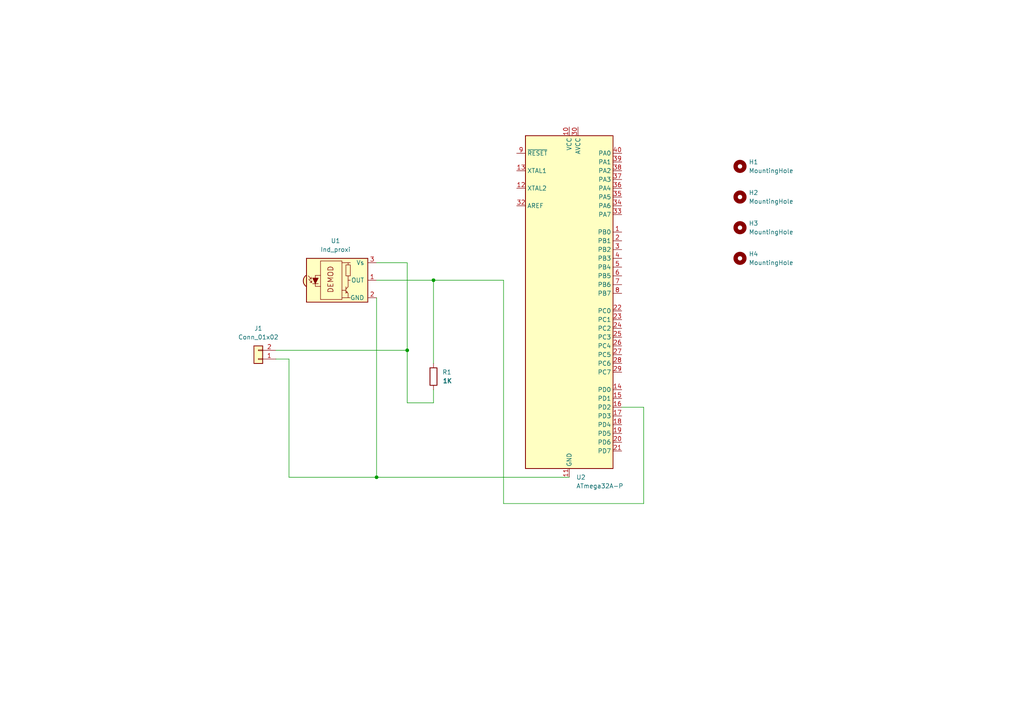
<source format=kicad_sch>
(kicad_sch (version 20211123) (generator eeschema)
  (paper "A4")
  (lib_symbols
    (symbol "Connector_Generic:Conn_01x02" (pin_names (offset 1.016) hide)
      (property "Reference" "J" (at 0 2.54 0))
      (property "Value" "Conn_01x02" (at 0 -5.08 0))
      (symbol "Conn_01x02_1_1"
        (rectangle (start -1.27 -2.413) (end 0 -2.667) (stroke (width 0.1524)))
        (rectangle (start -1.27 0.127) (end 0 -0.127) (stroke (width 0.1524)))
        (rectangle (start -1.27 1.27) (end 1.27 -3.81) (stroke (width 0.254)) (fill (type background)))
        (pin passive line (at -5.08 0 0) (length 3.81) (name "Pin_1") (number "1"))
        (pin passive line (at -5.08 -2.54 0) (length 3.81) (name "Pin_2") (number "2"))
      )
    )
    (symbol "Device:R" (pin_numbers hide) (pin_names (offset 0))
      (property "Reference" "R" (at 2.032 0 90))
      (property "Value" "R" (at 0 0 90))
      (symbol "R_0_1"
        (rectangle (start -1.016 -2.54) (end 1.016 2.54) (stroke (width 0.254)))
      )
      (symbol "R_1_1"
        (pin passive line (at 0 3.81 270) (length 1.27) (name "~") (number "1"))
        (pin passive line (at 0 -3.81 90) (length 1.27) (name "~") (number "2"))
      )
    )
    (symbol "MCU_Microchip_ATmega:ATmega32A-P"
      (property "Reference" "U" (at -12.7 49.53 0))
      (property "Value" "ATmega32A-P" (at 2.54 -49.53 0))
      (symbol "ATmega32A-P_0_1"
        (rectangle (start -12.7 -48.26) (end 12.7 48.26) (stroke (width 0.254)) (fill (type background)))
      )
      (symbol "ATmega32A-P_1_1"
        (pin bidirectional line (at 15.24 20.32 180) (length 2.54) (name "PB0") (number "1"))
        (pin power_in line (at 0 50.8 270) (length 2.54) (name "VCC") (number "10"))
        (pin power_in line (at 0 -50.8 90) (length 2.54) (name "GND") (number "11"))
        (pin output line (at -15.24 33.02 0) (length 2.54) (name "XTAL2") (number "12"))
        (pin input line (at -15.24 38.1 0) (length 2.54) (name "XTAL1") (number "13"))
        (pin bidirectional line (at 15.24 -25.4 180) (length 2.54) (name "PD0") (number "14"))
        (pin bidirectional line (at 15.24 -27.94 180) (length 2.54) (name "PD1") (number "15"))
        (pin bidirectional line (at 15.24 -30.48 180) (length 2.54) (name "PD2") (number "16"))
        (pin bidirectional line (at 15.24 -33.02 180) (length 2.54) (name "PD3") (number "17"))
        (pin bidirectional line (at 15.24 -35.56 180) (length 2.54) (name "PD4") (number "18"))
        (pin bidirectional line (at 15.24 -38.1 180) (length 2.54) (name "PD5") (number "19"))
        (pin bidirectional line (at 15.24 17.78 180) (length 2.54) (name "PB1") (number "2"))
        (pin bidirectional line (at 15.24 -40.64 180) (length 2.54) (name "PD6") (number "20"))
        (pin bidirectional line (at 15.24 -43.18 180) (length 2.54) (name "PD7") (number "21"))
        (pin bidirectional line (at 15.24 -2.54 180) (length 2.54) (name "PC0") (number "22"))
        (pin bidirectional line (at 15.24 -5.08 180) (length 2.54) (name "PC1") (number "23"))
        (pin bidirectional line (at 15.24 -7.62 180) (length 2.54) (name "PC2") (number "24"))
        (pin bidirectional line (at 15.24 -10.16 180) (length 2.54) (name "PC3") (number "25"))
        (pin bidirectional line (at 15.24 -12.7 180) (length 2.54) (name "PC4") (number "26"))
        (pin bidirectional line (at 15.24 -15.24 180) (length 2.54) (name "PC5") (number "27"))
        (pin bidirectional line (at 15.24 -17.78 180) (length 2.54) (name "PC6") (number "28"))
        (pin bidirectional line (at 15.24 -20.32 180) (length 2.54) (name "PC7") (number "29"))
        (pin bidirectional line (at 15.24 15.24 180) (length 2.54) (name "PB2") (number "3"))
        (pin power_in line (at 2.54 50.8 270) (length 2.54) (name "AVCC") (number "30"))
        (pin passive line (at 0 -50.8 90) (length 2.54) hide (name "GND") (number "31"))
        (pin passive line (at -15.24 27.94 0) (length 2.54) (name "AREF") (number "32"))
        (pin bidirectional line (at 15.24 25.4 180) (length 2.54) (name "PA7") (number "33"))
        (pin bidirectional line (at 15.24 27.94 180) (length 2.54) (name "PA6") (number "34"))
        (pin bidirectional line (at 15.24 30.48 180) (length 2.54) (name "PA5") (number "35"))
        (pin bidirectional line (at 15.24 33.02 180) (length 2.54) (name "PA4") (number "36"))
        (pin bidirectional line (at 15.24 35.56 180) (length 2.54) (name "PA3") (number "37"))
        (pin bidirectional line (at 15.24 38.1 180) (length 2.54) (name "PA2") (number "38"))
        (pin bidirectional line (at 15.24 40.64 180) (length 2.54) (name "PA1") (number "39"))
        (pin bidirectional line (at 15.24 12.7 180) (length 2.54) (name "PB3") (number "4"))
        (pin bidirectional line (at 15.24 43.18 180) (length 2.54) (name "PA0") (number "40"))
        (pin bidirectional line (at 15.24 10.16 180) (length 2.54) (name "PB4") (number "5"))
        (pin bidirectional line (at 15.24 7.62 180) (length 2.54) (name "PB5") (number "6"))
        (pin bidirectional line (at 15.24 5.08 180) (length 2.54) (name "PB6") (number "7"))
        (pin bidirectional line (at 15.24 2.54 180) (length 2.54) (name "PB7") (number "8"))
        (pin input line (at -15.24 43.18 0) (length 2.54) (name "~{RESET}") (number "9"))
      )
    )
    (symbol "Mechanical:MountingHole" (pin_names (offset 1.016))
      (property "Reference" "H" (at 0 5.08 0))
      (property "Value" "MountingHole" (at 0 3.175 0))
      (symbol "MountingHole_0_1"
        (circle (center 0 0) (radius 1.27) (stroke (width 1.27)))
      )
    )
    (symbol "Sensor_Proximity:TSSP58P38" (pin_names (offset 1.016))
      (property "Reference" "U" (at -10.16 7.62 0))
      (property "Value" "TSSP58P38" (at -10.16 -7.62 0))
      (symbol "TSSP58P38_0_0"
        (arc (start -10.287 1.397) (mid -11.0899 -0.1852) (end -10.287 -1.778) (stroke (width 0.254)) (fill (type background)))
        (polyline (pts (xy 1.905 -5.08) (xy 0.127 -5.08)))
        (polyline (pts (xy 1.905 5.08) (xy 0.127 5.08)))
        (text "DEMOD" (at -3.175 0.254 900) (effects (font (size 1.524 1.524))))
      )
      (symbol "TSSP58P38_0_1"
        (rectangle (start -6.096 5.588) (end 0.127 -5.588))
        (polyline (pts (xy -8.763 0.381) (xy -9.652 1.27)))
        (polyline (pts (xy -8.763 0.381) (xy -9.271 0.381)))
        (polyline (pts (xy -8.763 0.381) (xy -8.763 0.889)))
        (polyline (pts (xy -8.636 -0.635) (xy -9.525 0.254)))
        (polyline (pts (xy -8.636 -0.635) (xy -9.144 -0.635)))
        (polyline (pts (xy -8.636 -0.635) (xy -8.636 -0.127)))
        (polyline (pts (xy -8.382 -1.016) (xy -6.731 -1.016)))
        (polyline (pts (xy 1.27 -2.921) (xy 0.127 -2.921)))
        (polyline (pts (xy 1.27 -1.905) (xy 1.27 -3.81)))
        (polyline (pts (xy 1.397 -3.556) (xy 1.524 -3.556)))
        (polyline (pts (xy 1.651 -3.556) (xy 1.524 -3.556)))
        (polyline (pts (xy 1.651 -3.556) (xy 1.651 -3.302)))
        (polyline (pts (xy 1.905 0) (xy 1.905 1.27)))
        (polyline (pts (xy 1.905 4.445) (xy 1.905 5.08) (xy 2.54 5.08)))
        (polyline (pts (xy -8.382 0.635) (xy -6.731 0.635) (xy -7.62 -1.016) (xy -8.382 0.635)) (fill (type outline)))
        (polyline (pts (xy -6.096 1.397) (xy -7.62 1.397) (xy -7.62 -1.778) (xy -6.096 -1.778)))
        (polyline (pts (xy 1.27 -3.175) (xy 1.905 -3.81) (xy 1.905 -5.08) (xy 2.54 -5.08)))
        (polyline (pts (xy 1.27 -2.54) (xy 1.905 -1.905) (xy 1.905 0) (xy 2.54 0)))
        (rectangle (start 2.54 1.27) (end 1.27 4.445))
        (rectangle (start 7.62 6.35) (end -10.16 -6.35) (stroke (width 0.254)) (fill (type background)))
      )
      (symbol "TSSP58P38_1_1"
        (pin output line (at 10.16 0 180) (length 2.54) (name "OUT") (number "1"))
        (pin power_in line (at 10.16 -5.08 180) (length 2.54) (name "GND") (number "2"))
        (pin power_in line (at 10.16 5.08 180) (length 2.54) (name "Vs") (number "3"))
      )
    )
  )
  (junction (at 118.11 101.6))
  (junction (at 125.73 81.28))
  (junction (at 109.22 138.43))
  (wire (pts (xy 125.73 81.28) (xy 125.73 105.41)))
  (wire (pts (xy 109.22 86.36) (xy 109.22 138.43)))
  (wire (pts (xy 83.82 138.43) (xy 109.22 138.43)))
  (wire (pts (xy 146.05 81.28) (xy 125.73 81.28)))
  (wire (pts (xy 118.11 116.84) (xy 118.11 101.6)))
  (wire (pts (xy 83.82 138.43) (xy 83.82 104.14)))
  (wire (pts (xy 109.22 76.2) (xy 118.11 76.2)))
  (wire (pts (xy 109.22 138.43) (xy 165.1 138.43)))
  (wire (pts (xy 180.34 118.11) (xy 186.69 118.11)))
  (wire (pts (xy 125.73 113.03) (xy 125.73 116.84)))
  (wire (pts (xy 186.69 118.11) (xy 186.69 146.05)))
  (wire (pts (xy 118.11 101.6) (xy 80.01 101.6)))
  (wire (pts (xy 146.05 146.05) (xy 146.05 81.28)))
  (wire (pts (xy 118.11 76.2) (xy 118.11 101.6)))
  (wire (pts (xy 125.73 116.84) (xy 118.11 116.84)))
  (wire (pts (xy 83.82 104.14) (xy 80.01 104.14)))
  (wire (pts (xy 186.69 146.05) (xy 146.05 146.05)))
  (wire (pts (xy 125.73 81.28) (xy 109.22 81.28)))
  (symbol (lib_id "Mechanical:MountingHole") (at 214.63 74.93 0) (unit 1)
    (property "Reference" "H4" (at 217.17 73.6599 0) (effects (justify left)))
    (property "Value" "MountingHole" (at 217.17 76.1999 0) (effects (justify left)))
    (property "Footprint" "MountingHole:MountingHole_3.5mm_Pad" (effects hide))
  )
  (symbol (lib_id "Connector_Generic:Conn_01x02") (at 74.93 104.14 180) (unit 1)
    (property "Reference" "J1" (at 74.93 95.25 0))
    (property "Value" "Conn_01x02" (at 74.93 97.79 0))
    (property "Footprint" "Connector_PinHeader_2.54mm:PinHeader_1x02_P2.54mm_Horizontal" (effects hide))
  )
  (symbol (lib_id "Mechanical:MountingHole") (at 214.63 66.04 0) (unit 1)
    (property "Reference" "H3" (at 217.17 64.7699 0) (effects (justify left)))
    (property "Value" "MountingHole" (at 217.17 67.3099 0) (effects (justify left)))
    (property "Footprint" "MountingHole:MountingHole_3.5mm_Pad" (effects hide))
  )
  (symbol (lib_id "Mechanical:MountingHole") (at 214.63 48.26 0) (unit 1)
    (property "Reference" "H1" (at 217.17 46.9899 0) (effects (justify left)))
    (property "Value" "MountingHole" (at 217.17 49.5299 0) (effects (justify left)))
    (property "Footprint" "MountingHole:MountingHole_3.5mm_Pad" (effects hide))
  )
  (symbol (lib_id "Device:R") (at 125.73 109.22 0) (unit 1)
    (property "Reference" "R1" (at 128.27 107.9499 0) (effects (justify left)))
    (property "Value" "1K" (at 128.27 110.4899 0) (effects (font bold) (justify left)))
    (property "Footprint" "Resistor_THT:R_Axial_DIN0204_L3.6mm_D1.6mm_P5.08mm_Horizontal" (effects hide))
  )
  (symbol (lib_id "Mechanical:MountingHole") (at 214.63 57.15 0) (unit 1)
    (property "Reference" "H2" (at 217.17 55.8799 0) (effects (justify left)))
    (property "Value" "MountingHole" (at 217.17 58.4199 0) (effects (justify left)))
    (property "Footprint" "MountingHole:MountingHole_3.5mm_Pad" (effects hide))
  )
  (symbol (lib_id "Sensor_Proximity:TSSP58P38") (at 99.06 81.28 0) (unit 1)
    (property "Reference" "U1" (at 97.325 69.85 0))
    (property "Value" "Ind_proxi" (at 97.325 72.39 0))
    (property "Footprint" "OptoDevice:Vishay_MINICAST-3Pin" (effects hide))
    (property "Datasheet" "http://www.vishay.com/docs/82462/tsop581.pdf" (effects hide))
  )
  (symbol (lib_id "MCU_Microchip_ATmega:ATmega32A-P") (at 165.1 87.63 0) (unit 1)
    (property "Reference" "U2" (at 167.1194 138.43 0) (effects (justify left)))
    (property "Value" "ATmega32A-P" (at 167.1194 140.97 0) (effects (justify left)))
    (property "Footprint" "Package_DIP:DIP-40_W15.24mm" (effects hide))
    (property "Datasheet" "http://ww1.microchip.com/downloads/en/DeviceDoc/atmel-8155-8-bit-microcontroller-avr-atmega32a_datasheet.pdf" (effects hide))
  )
)
</source>
